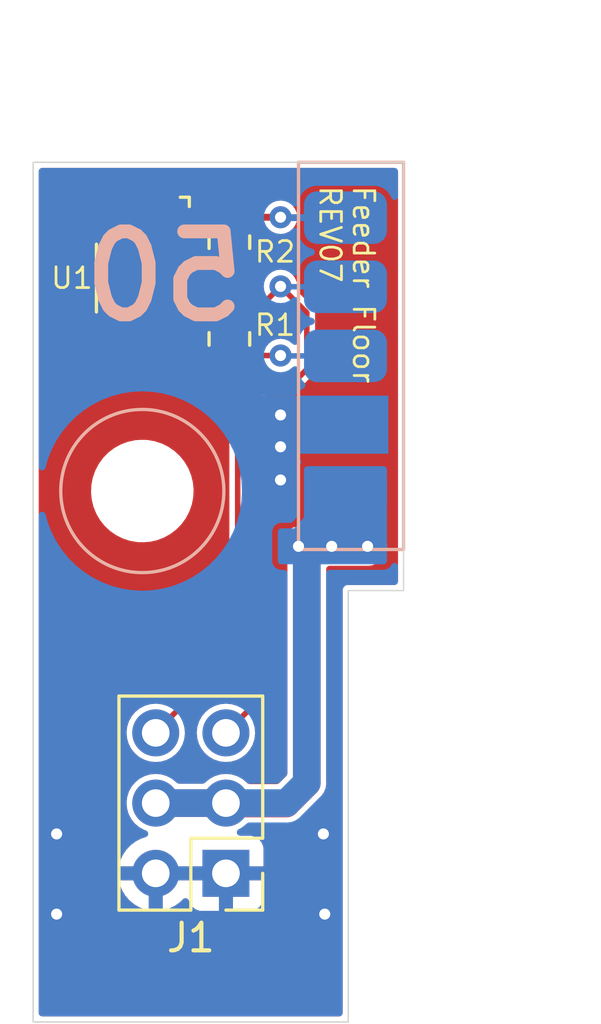
<source format=kicad_pcb>
(kicad_pcb (version 20240108) (generator "pcbnew") (generator_version "8.0")
  (layers (0 "F.Cu" signal) (31 "B.Cu" signal) (34 "B.Paste" user) (35 "F.Paste" user) (36 "B.SilkS" user "B.Silkscreen") (37 "F.SilkS" user "F.Silkscreen") (38 "B.Mask" user) (39 "F.Mask" user) (44 "Edge.Cuts" user))
  (net 0 "")
  (net 1 "GND")
  (net 2 "1WIRE")
  (net 3 "VIN")
  (net 4 "RS-485+")
  (net 5 "RS-485-")
  (footprint "Connector_PinHeader_2.54mm:PinHeader_2x03_P2.54mm_Vertical" (layer "F.Cu") (at 28.225 50.825 180)
    (property "Reference" "J1" (at 1.27 -2.33 180) (layer "F.SilkS"))
    (property "Value" "IDC")
    (fp_line (start 3.87 -1.33) (end 3.87 6.41) (stroke (width 0.12)) (layer "F.SilkS"))
    (fp_line (start 1.27 1.27) (end 1.27 -1.33) (stroke (width 0.12)) (layer "F.SilkS"))
    (fp_line (start 1.27 -1.33) (end 3.87 -1.33) (stroke (width 0.12)) (layer "F.SilkS"))
    (fp_line (start -1.33 6.41) (end 3.87 6.41) (stroke (width 0.12)) (layer "F.SilkS"))
    (fp_line (start -1.33 1.27) (end 1.27 1.27) (stroke (width 0.12)) (layer "F.SilkS"))
    (fp_line (start -1.33 1.27) (end -1.33 6.41) (stroke (width 0.12)) (layer "F.SilkS"))
    (fp_line (start -1.33 0) (end -1.33 -1.33) (stroke (width 0.12)) (layer "F.SilkS"))
    (fp_line (start -1.33 -1.33) (end 0 -1.33) (stroke (width 0.12)) (layer "F.SilkS"))
    (pad "1" thru_hole rect (at 0 0 180) (size 1.7 1.7) (drill 1) (layers "*.Cu" "*.Mask") (net 1 "GND"))
    (pad "2" thru_hole oval (at 2.54 0 180) (size 1.7 1.7) (drill 1) (layers "*.Cu" "*.Mask") (net 1 "GND"))
    (pad "3" thru_hole oval (at 0 2.54 180) (size 1.7 1.7) (drill 1) (layers "*.Cu" "*.Mask") (net 3 "VIN"))
    (pad "4" thru_hole oval (at 2.54 2.54 180) (size 1.7 1.7) (drill 1) (layers "*.Cu" "*.Mask") (net 3 "VIN"))
    (pad "5" thru_hole oval (at 0 5.08 180) (size 1.7 1.7) (drill 1) (layers "*.Cu" "*.Mask") (net 4 "RS-485+"))
    (pad "6" thru_hole oval (at 2.54 5.08 180) (size 1.7 1.7) (drill 1) (layers "*.Cu" "*.Mask") (net 5 "RS-485-"))
  )
  (footprint "MountingHole:MountingHole_3.2mm_M3" (layer "F.Cu") (at 25.2 37)
    (property "Reference" "H1" (hide yes))
    (property "Value" "MountingHole")
    (pad "" np_thru_hole circle (at 0 0) (size 3.2 3.2) (drill 3.2) (layers "*.Cu" "*.Mask"))
  )
  (footprint "feeder:DS28E07_MULTI" (layer "F.Cu") (at 25.15 29.3 -90)
    (property "Reference" "U1" (at 0 2.5 180) (layer "F.SilkS") (effects (font (size 0.75 0.75) (thickness 0.1))))
    (property "Value" "DS28E07")
    (fp_line (start -0.75 0.45) (end -1.15 0.9) (stroke (width 0.2)) (layer "F.Cu"))
    (fp_line (start -0.75 -0.5) (end -0.75 0.45) (stroke (width 0.2)) (layer "F.Cu"))
    (fp_line (start -1.15 -0.9) (end -0.75 -0.5) (stroke (width 0.2)) (layer "F.Cu"))
    (fp_line (start -1.225 1.61) (end 1.225 1.61) (stroke (width 0.12)) (layer "F.SilkS"))
    (fp_line (start -2.925 -1.425) (end -2.925 -1.75) (stroke (width 0.12)) (layer "F.SilkS"))
    (fp_line (start 0 -1.61) (end 1.225 -1.61) (stroke (width 0.12)) (layer "F.SilkS"))
    (fp_line (start -2.925 -1.75) (end -2.5875 -1.75) (stroke (width 0.12)) (layer "F.SilkS"))
    (pad "1" smd custom (at -1.45 -1 270) (size 0.8 0.4) (layers "F.Cu" "F.Paste" "F.Mask") (net 1 "GND") (options (clearance outline) (anchor rect)) (primitives (gr_poly (pts (xy 0.1 -0.125) (xy -1.2 -0.125) (xy -1.2 -0.475) (xy 0.1 -0.475)) (width 0.2) (fill yes))))
    (pad "2" smd custom (at -1.45 0 270) (size 0.8 0.4) (layers "F.Cu" "F.Paste" "F.Mask") (net 2 "1WIRE") (options (clearance outline) (anchor rect)) (primitives (gr_poly (pts (xy 0.1 0.2) (xy -1.2 0.2) (xy -1.2 -0.2) (xy 0.1 -0.2)) (width 0.2) (fill yes))))
    (pad "3" smd custom (at -1.45 1 270) (size 0.8 0.4) (layers "F.Cu" "F.Paste" "F.Mask") (options (clearance outline) (anchor rect)) (primitives (gr_poly (pts (xy 0.1 0.475) (xy -1.2 0.475) (xy -1.2 0.125) (xy 0.1 0.125)) (width 0.2) (fill yes))))
    (pad "4" smd custom (at 1.45 1 270) (size 0.8 0.4) (layers "F.Cu" "F.Paste" "F.Mask") (options (clearance outline) (anchor rect)) (primitives (gr_poly (pts (xy 1.2 0.475) (xy -0.1 0.475) (xy -0.1 0.125) (xy 1.2 0.125)) (width 0.2) (fill yes))))
    (pad "5" smd custom (at 1.45 0 270) (size 0.8 0.4) (layers "F.Cu" "F.Paste" "F.Mask") (options (clearance outline) (anchor rect)) (primitives (gr_poly (pts (xy 1.2 0.2) (xy -0.1 0.2) (xy -0.1 -0.2) (xy 1.2 -0.2)) (width 0.2) (fill yes))))
    (pad "6" smd custom (at 1.45 -1 270) (size 0.8 0.4) (layers "F.Cu" "F.Paste" "F.Mask") (options (clearance outline) (anchor rect)) (primitives (gr_poly (pts (xy 1.2 -0.125) (xy -0.1 -0.125) (xy -0.1 -0.475) (xy 1.2 -0.475)) (width 0.2) (fill yes))))
  )
  (footprint "Resistor_SMD:R_0805_2012Metric" (layer "F.Cu") (at 28.35 31.5 90)
    (property "Reference" "R1" (at 0.5 1.65 180) (layer "F.SilkS") (effects (font (size 0.75 0.75) (thickness 0.1))))
    (property "Value" "120R")
    (fp_line (start -0.227064 -0.735) (end 0.227064 -0.735) (stroke (width 0.12)) (layer "F.SilkS"))
    (fp_line (start -0.227064 0.735) (end 0.227064 0.735) (stroke (width 0.12)) (layer "F.SilkS"))
    (pad "1" smd roundrect (at -0.9125 0 90) (size 1.025 1.4) (layers "F.Cu" "F.Paste" "F.Mask") (roundrect_rratio 0.243902) (net 5 "RS-485-"))
    (pad "2" smd roundrect (at 0.9125 0 90) (size 1.025 1.4) (layers "F.Cu" "F.Paste" "F.Mask") (roundrect_rratio 0.243902) (net 4 "RS-485+"))
  )
  (footprint "Resistor_SMD:R_0805_2012Metric" (layer "F.Cu") (at 28.35 28 -90)
    (property "Reference" "R2" (at 0.35 -1.65 0) (layer "F.SilkS") (effects (font (size 0.75 0.75) (thickness 0.1))))
    (property "Value" "1M")
    (fp_line (start -0.227064 0.735) (end 0.227064 0.735) (stroke (width 0.12)) (layer "F.SilkS"))
    (fp_line (start -0.227064 -0.735) (end 0.227064 -0.735) (stroke (width 0.12)) (layer "F.SilkS"))
    (pad "1" smd roundrect (at -0.9125 0 270) (size 1.025 1.4) (layers "F.Cu" "F.Paste" "F.Mask") (roundrect_rratio 0.243902) (net 2 "1WIRE"))
    (pad "2" smd roundrect (at 0.9125 0 270) (size 1.025 1.4) (layers "F.Cu" "F.Paste" "F.Mask") (roundrect_rratio 0.243902) (net 1 "GND"))
  )
  (footprint "feeder:AVX-915-005-541-Contact-Surface" (layer "B.Cu") (at 32.550114 27.113687 -90)
    (property "Reference" "J2" (hide yes))
    (property "Value" "Conn_01x05_Female")
    (fp_line (start -2 1.7) (end 12 1.7) (stroke (width 0.12)) (layer "B.SilkS"))
    (fp_line (start -2 1.7) (end -2 -2.1) (stroke (width 0.12)) (layer "B.SilkS"))
    (fp_line (start 12 1.7) (end 12 -2.1) (stroke (width 0.12)) (layer "B.SilkS"))
    (fp_line (start -2 -2.1) (end 12 -2.1) (stroke (width 0.12)) (layer "B.SilkS"))
    (pad "1" smd roundrect (at 0 0 270) (size 1.9 3) (layers "B.Cu" "B.Paste" "B.Mask") (net 2 "1WIRE"))
    (pad "2" smd roundrect (at 2.5 0 270) (size 1.9 3) (layers "B.Cu" "B.Paste" "B.Mask") (net 4 "RS-485+"))
    (pad "3" smd roundrect (at 5 0 270) (size 1.9 3) (layers "B.Cu" "B.Paste" "B.Mask") (net 5 "RS-485-"))
    (pad "4" smd roundrect (at 7.5 0 270) (size 1.9 3) (layers "B.Cu" "B.Paste" "B.Mask") (net 1 "GND"))
    (pad "5" smd roundrect (at 10 0 270) (size 1.9 3) (layers "B.Cu" "B.Paste" "B.Mask") (net 3 "VIN"))
  )
  (gr_circle (center 25.2 37) (end 22.25 37) (stroke (width 0.12)) (fill none) (layer "B.SilkS"))
  (gr_line (start 32.650114 40.6) (end 32.65 56.2) (stroke (width 0.05)) (layer "Edge.Cuts"))
  (gr_line (start 34.650114 25.113687) (end 34.650114 40.6) (stroke (width 0.05)) (layer "Edge.Cuts"))
  (gr_line (start 29.650114 25.113687) (end 21.250114 25.113687) (stroke (width 0.05)) (layer "Edge.Cuts"))
  (gr_line (start 32.650114 40.6) (end 34.650114 40.6) (stroke (width 0.05)) (layer "Edge.Cuts"))
  (gr_line (start 29.650114 25.113687) (end 34.650114 25.113687) (stroke (width 0.05)) (layer "Edge.Cuts"))
  (gr_line (start 21.25 56.2) (end 21.250114 25.113687) (stroke (width 0.05)) (layer "Edge.Cuts"))
  (gr_line (start 32.65 56.2) (end 21.25 56.2) (stroke (width 0.05)) (layer "Edge.Cuts"))
  (gr_text "50" (at 26 29.25 0) (layer "B.SilkS") (effects (font (size 3 3) (thickness 0.5)) (justify mirror)))
  (gr_text "Feeder Floor\nREV07" (at 32.6 25.9 270) (layer "F.SilkS") (effects (font (size 0.75 0.75) (thickness 0.1)) (justify left)))
  (segment (start 28.9875 28.9125) (end 29.6 28.3) (width 0.5) (layer "F.Cu") (net 1))
  (segment (start 26.975481 27.725481) (end 26.15 27.725481) (width 0.5) (layer "F.Cu") (net 1))
  (segment (start 28.35 28.9125) (end 28.9875 28.9125) (width 0.5) (layer "F.Cu") (net 1))
  (segment (start 30.7 34.25) (end 30.2 34.25) (width 0.5) (layer "F.Cu") (net 1))
  (segment (start 28.35 28.9125) (end 28.1625 28.9125) (width 0.5) (layer "F.Cu") (net 1))
  (segment (start 32.45 32.5) (end 30.7 34.25) (width 0.5) (layer "F.Cu") (net 1))
  (segment (start 28.1625 28.9125) (end 26.975481 27.725481) (width 0.5) (layer "F.Cu") (net 1))
  (segment (start 30.75 28.3) (end 32.45 30) (width 0.5) (layer "F.Cu") (net 1))
  (segment (start 32.45 30) (end 32.45 32.5) (width 0.5) (layer "F.Cu") (net 1))
  (segment (start 29.6 28.3) (end 30.75 28.3) (width 0.5) (layer "F.Cu") (net 1))
  (via (at 30.2 36.6) (size 0.8) (drill 0.4) (layers "F.Cu" "B.Cu") (net 1))
  (via (at 30.2 34.25) (size 0.8) (drill 0.4) (layers "F.Cu" "B.Cu") (net 1))
  (via (at 31.75 49.4) (size 0.8) (drill 0.4) (layers "F.Cu" "B.Cu") (net 1))
  (via (at 30.2 35.4) (size 0.8) (drill 0.4) (layers "F.Cu" "B.Cu") (net 1))
  (via (at 31.8 52.3) (size 0.8) (drill 0.4) (layers "F.Cu" "B.Cu") (net 1))
  (via (at 22.1 49.4) (size 0.8) (drill 0.4) (layers "F.Cu" "B.Cu") (net 1))
  (via (at 22.1 52.3) (size 0.8) (drill 0.4) (layers "F.Cu" "B.Cu") (net 1))
  (segment (start 25.15 27.85) (end 25.15 26.85) (width 0.25) (layer "F.Cu") (net 2))
  (segment (start 30.2 27.1) (end 28.3625 27.1) (width 0.25) (layer "F.Cu") (net 2))
  (segment (start 27.3625 26.1) (end 28.35 27.0875) (width 0.25) (layer "F.Cu") (net 2))
  (segment (start 25.9 26.1) (end 27.3625 26.1) (width 0.25) (layer "F.Cu") (net 2))
  (segment (start 28.3625 27.1) (end 28.35 27.0875) (width 0.25) (layer "F.Cu") (net 2))
  (segment (start 25.15 26.85) (end 25.9 26.1) (width 0.25) (layer "F.Cu") (net 2))
  (via (at 30.2 27.1) (size 0.8) (drill 0.4) (layers "F.Cu" "B.Cu") (net 2))
  (segment (start 30.213687 27.113687) (end 32.550114 27.113687) (width 0.25) (layer "B.Cu") (net 2))
  (segment (start 30.2 27.1) (end 30.213687 27.113687) (width 0.25) (layer "B.Cu") (net 2))
  (segment (start 31.15 47.559022) (end 31.15 39.3) (width 1) (layer "F.Cu") (net 3))
  (segment (start 28.24 48.3) (end 30.409022 48.3) (width 1) (layer "F.Cu") (net 3))
  (segment (start 30.85 39) (end 32.05 39) (width 1) (layer "F.Cu") (net 3))
  (segment (start 28.225 48.285) (end 28.24 48.3) (width 1) (layer "F.Cu") (net 3))
  (segment (start 30.409022 48.3) (end 31.15 47.559022) (width 1) (layer "F.Cu") (net 3))
  (segment (start 31.15 39.3) (end 30.85 39) (width 1) (layer "F.Cu") (net 3))
  (segment (start 33.35 39) (end 30.85 39) (width 1) (layer "F.Cu") (net 3))
  (segment (start 28.225 48.285) (end 25.685 48.285) (width 1) (layer "F.Cu") (net 3))
  (via (at 30.85 39) (size 0.8) (drill 0.4) (layers "F.Cu" "B.Cu") (net 3))
  (via (at 33.35 39) (size 0.8) (drill 0.4) (layers "F.Cu" "B.Cu") (net 3))
  (via (at 32.05 39) (size 0.8) (drill 0.4) (layers "F.Cu" "B.Cu") (net 3))
  (segment (start 25.685 48.285) (end 28.225 48.285) (width 1) (layer "B.Cu") (net 3))
  (segment (start 31.15 47.55) (end 30.415 48.285) (width 1) (layer "B.Cu") (net 3))
  (segment (start 31.15 39) (end 31.15 47.55) (width 1) (layer "B.Cu") (net 3))
  (segment (start 30.415 48.285) (end 28.225 48.285) (width 1) (layer "B.Cu") (net 3))
  (segment (start 32.05 39) (end 31.15 39) (width 1) (layer "B.Cu") (net 3))
  (segment (start 30.65 33.1) (end 29.7 33.1) (width 0.2) (layer "F.Cu") (net 4))
  (segment (start 29.1 33.7) (end 29.1 44.87) (width 0.2) (layer "F.Cu") (net 4))
  (segment (start 31.15 30.55) (end 31.15 32.6) (width 0.2) (layer "F.Cu") (net 4))
  (segment (start 31.15 32.6) (end 30.65 33.1) (width 0.2) (layer "F.Cu") (net 4))
  (segment (start 29.2125 30.5875) (end 28.35 30.5875) (width 0.2) (layer "F.Cu") (net 4))
  (segment (start 29.1 44.87) (end 28.225 45.745) (width 0.2) (layer "F.Cu") (net 4))
  (segment (start 30.2 29.6) (end 31.15 30.55) (width 0.2) (layer "F.Cu") (net 4))
  (segment (start 29.7 33.1) (end 29.1 33.7) (width 0.2) (layer "F.Cu") (net 4))
  (segment (start 30.2 29.6) (end 29.2125 30.5875) (width 0.2) (layer "F.Cu") (net 4))
  (via (at 30.2 29.6) (size 0.8) (drill 0.4) (layers "F.Cu" "B.Cu") (net 4))
  (segment (start 30.213687 29.613687) (end 32.550114 29.613687) (width 0.2) (layer "B.Cu") (net 4))
  (segment (start 30.2 29.6) (end 30.213687 29.613687) (width 0.2) (layer "B.Cu") (net 4))
  (segment (start 25.685 45.715) (end 28.65 42.75) (width 0.2) (layer "F.Cu") (net 5))
  (segment (start 30.2 32.1) (end 28.6625 32.1) (width 0.2) (layer "F.Cu") (net 5))
  (segment (start 28.65 32.7125) (end 28.35 32.4125) (width 0.2) (layer "F.Cu") (net 5))
  (segment (start 25.685 45.745) (end 25.685 45.715) (width 0.2) (layer "F.Cu") (net 5))
  (segment (start 28.65 42.75) (end 28.65 32.7125) (width 0.2) (layer "F.Cu") (net 5))
  (segment (start 28.6625 32.1) (end 28.35 32.4125) (width 0.2) (layer "F.Cu") (net 5))
  (via (at 30.2 32.1) (size 0.8) (drill 0.4) (layers "F.Cu" "B.Cu") (net 5))
  (segment (start 30.2 32.1) (end 30.213687 32.113687) (width 0.2) (layer "B.Cu") (net 5))
  (segment (start 30.213687 32.113687) (end 32.550114 32.113687) (width 0.2) (layer "B.Cu") (net 5))
  (zone (net 1) (net_name "GND") (layers "F&B.Cu") (connect_pads (clearance 0.2)) (min_thickness 0.254) (fill yes (thermal_gap 0.508) (thermal_bridge_width 0.508))
    (polygon (pts (xy 34.75 40.7) (xy 32.75 40.7) (xy 32.75 56.3) (xy 21.15 56.3) (xy 21.15 25) (xy 34.75 25)))
  )
  (zone (net 1) (net_name "GND") (layer "B.Cu") (priority 20) (connect_pads yes (clearance 0.2)) (min_thickness 0.254) (fill yes (thermal_gap 0.508) (thermal_bridge_width 0.508))
    (polygon (pts (xy 31.15 33.55) (xy 34.1 33.55) (xy 34.1 35.65) (xy 30.85 35.65) (xy 30.6 36.95) (xy 29.5 36.95) (xy 29.5 33.55) (xy 30.85 33.55)))
  )
  (zone (net 3) (net_name "VIN") (layer "B.Cu") (priority 20) (connect_pads yes (clearance 0.2)) (min_thickness 0.254) (fill yes (thermal_gap 0.508) (thermal_bridge_width 0.508))
    (polygon (pts (xy 34.05 39.65) (xy 30.1 39.65) (xy 30.1 38.35) (xy 30.7 38.35) (xy 31.05 37.95) (xy 31.05 36.1) (xy 34.05 36.1)))
  )
)
</source>
